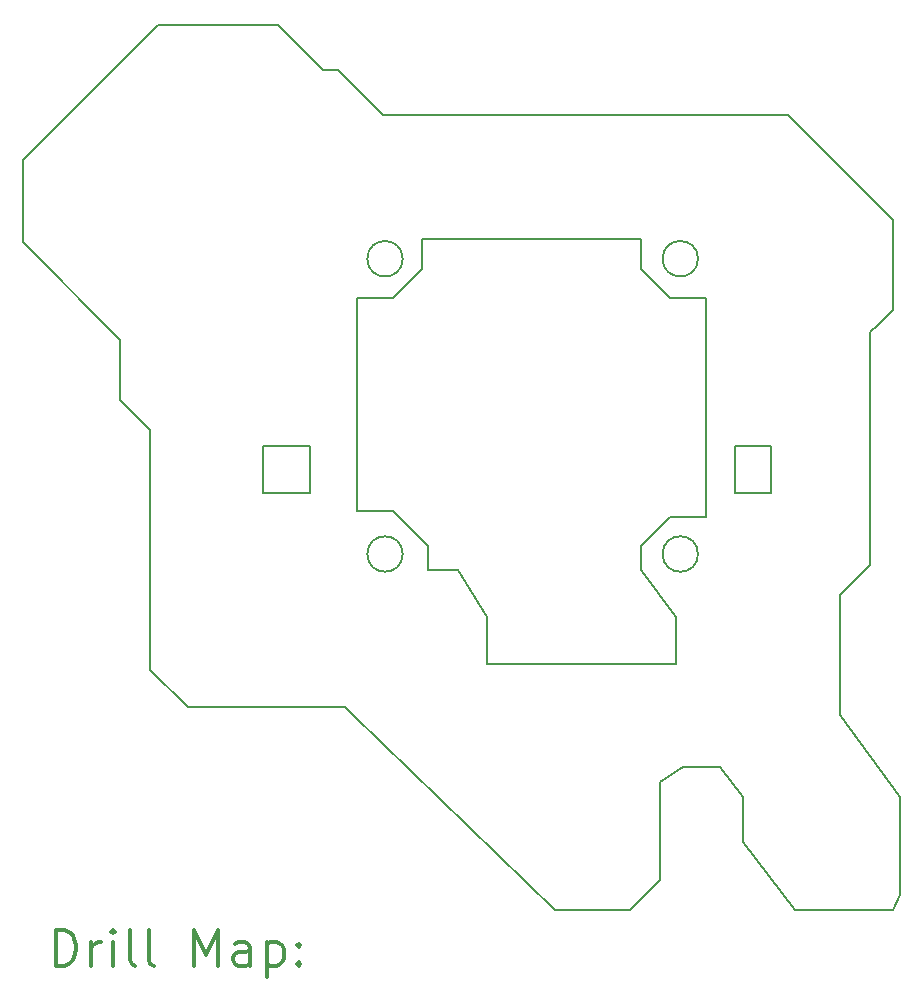
<source format=gbr>
%FSLAX45Y45*%
G04 Gerber Fmt 4.5, Leading zero omitted, Abs format (unit mm)*
G04 Created by KiCad (PCBNEW (5.0.0-rc2-dev-26-g0d794b2)) date Sunday, July 01, 2018 at 09:26:57 PM*
%MOMM*%
%LPD*%
G01*
G04 APERTURE LIST*
%ADD10C,0.150000*%
%ADD11C,0.200000*%
%ADD12C,0.300000*%
G04 APERTURE END LIST*
D10*
X17018000Y-6096000D02*
X16637000Y-5715000D01*
X17399000Y-6096000D02*
X17018000Y-6096000D01*
X13970000Y-7175500D02*
X13970000Y-6477000D01*
X14795500Y-8001000D02*
X13970000Y-7175500D01*
X14795500Y-8509000D02*
X14795500Y-8001000D01*
X15049500Y-8763000D02*
X14795500Y-8509000D01*
X15049500Y-10795000D02*
X15049500Y-8763000D01*
X15367000Y-11112500D02*
X15049500Y-10795000D01*
X16700500Y-11112500D02*
X15367000Y-11112500D01*
X16764000Y-11176000D02*
X16700500Y-11112500D01*
X18478500Y-12827000D02*
X16764000Y-11176000D01*
X19113500Y-12827000D02*
X18478500Y-12827000D01*
X19367500Y-12573000D02*
X19113500Y-12827000D01*
X19367500Y-11747500D02*
X19367500Y-12573000D01*
X19558000Y-11620500D02*
X19367500Y-11747500D01*
X19875500Y-11620500D02*
X19558000Y-11620500D01*
X20066000Y-11874500D02*
X19875500Y-11620500D01*
X20066000Y-12255500D02*
X20066000Y-11874500D01*
X20510500Y-12827000D02*
X20066000Y-12255500D01*
X21336000Y-12827000D02*
X20510500Y-12827000D01*
X21399500Y-12700000D02*
X21336000Y-12827000D01*
X21399500Y-11874500D02*
X21399500Y-12700000D01*
X20891500Y-11176000D02*
X21399500Y-11874500D01*
X20891500Y-10160000D02*
X20891500Y-11176000D01*
X21145500Y-9906000D02*
X20891500Y-10160000D01*
X21145500Y-7937500D02*
X21145500Y-9906000D01*
X21209000Y-7874000D02*
X21145500Y-7937500D01*
X21336000Y-7747000D02*
X21209000Y-7874000D01*
X21336000Y-6985000D02*
X21336000Y-7747000D01*
X20447000Y-6096000D02*
X21336000Y-6985000D01*
X17399000Y-6096000D02*
X20447000Y-6096000D01*
X16510000Y-5715000D02*
X16637000Y-5715000D01*
X16129000Y-5334000D02*
X16510000Y-5715000D01*
X15113000Y-5334000D02*
X16129000Y-5334000D01*
X14986000Y-5461000D02*
X15113000Y-5334000D01*
X13970000Y-6477000D02*
X14986000Y-5461000D01*
X17400000Y-9950000D02*
X17650000Y-9950000D01*
X17900000Y-10350000D02*
X17650000Y-9950000D01*
X19500000Y-10350000D02*
X19200000Y-9950000D01*
X19500000Y-10750000D02*
X17900000Y-10750000D01*
X19500000Y-10700000D02*
X19500000Y-10750000D01*
X19500000Y-10650000D02*
X19500000Y-10700000D01*
X19500000Y-10350000D02*
X19500000Y-10650000D01*
X17900000Y-10750000D02*
X17900000Y-10350000D01*
X19200000Y-9950000D02*
X19200000Y-9900000D01*
X17400000Y-9900000D02*
X17400000Y-9950000D01*
X16800000Y-7650000D02*
X17100000Y-7650000D01*
X16800000Y-9450000D02*
X16800000Y-7650000D01*
X17100000Y-9450000D02*
X16800000Y-9450000D01*
X17400000Y-9750000D02*
X17100000Y-9450000D01*
X17400000Y-9900000D02*
X17400000Y-9750000D01*
X19450000Y-9500000D02*
X19500000Y-9500000D01*
X19200000Y-9750000D02*
X19450000Y-9500000D01*
X19750000Y-9500000D02*
X19750000Y-9450000D01*
X19500000Y-9500000D02*
X19750000Y-9500000D01*
X19200000Y-9900000D02*
X19200000Y-9750000D01*
X19750000Y-9450000D02*
X19750000Y-9400000D01*
X19750000Y-7650000D02*
X19750000Y-9400000D01*
X17350000Y-7150000D02*
X19200000Y-7150000D01*
X19450000Y-7650000D02*
X19750000Y-7650000D01*
X19400000Y-7600000D02*
X19450000Y-7650000D01*
X19200000Y-7400000D02*
X19200000Y-7150000D01*
X19400000Y-7600000D02*
X19200000Y-7400000D01*
X17300000Y-7450000D02*
X17350000Y-7400000D01*
X17350000Y-7150000D02*
X17350000Y-7400000D01*
X17100000Y-7650000D02*
X17300000Y-7450000D01*
X16000000Y-9300000D02*
X16000000Y-8900000D01*
X16400000Y-9300000D02*
X16000000Y-9300000D01*
X16400000Y-8900000D02*
X16400000Y-9300000D01*
X16000000Y-8900000D02*
X16400000Y-8900000D01*
X20300000Y-8900000D02*
X20000000Y-8900000D01*
X20300000Y-9300000D02*
X20300000Y-8900000D01*
X20000000Y-9300000D02*
X20300000Y-9300000D01*
X20000000Y-8900000D02*
X20000000Y-9300000D01*
X17186000Y-7316000D02*
G75*
G03X17186000Y-7316000I-150000J0D01*
G01*
X17186000Y-9816000D02*
G75*
G03X17186000Y-9816000I-150000J0D01*
G01*
X19686000Y-9816000D02*
G75*
G03X19686000Y-9816000I-150000J0D01*
G01*
X19686000Y-7316000D02*
G75*
G03X19686000Y-7316000I-150000J0D01*
G01*
D11*
D12*
X14248928Y-13300214D02*
X14248928Y-13000214D01*
X14320357Y-13000214D01*
X14363214Y-13014500D01*
X14391786Y-13043071D01*
X14406071Y-13071643D01*
X14420357Y-13128786D01*
X14420357Y-13171643D01*
X14406071Y-13228786D01*
X14391786Y-13257357D01*
X14363214Y-13285929D01*
X14320357Y-13300214D01*
X14248928Y-13300214D01*
X14548928Y-13300214D02*
X14548928Y-13100214D01*
X14548928Y-13157357D02*
X14563214Y-13128786D01*
X14577500Y-13114500D01*
X14606071Y-13100214D01*
X14634643Y-13100214D01*
X14734643Y-13300214D02*
X14734643Y-13100214D01*
X14734643Y-13000214D02*
X14720357Y-13014500D01*
X14734643Y-13028786D01*
X14748928Y-13014500D01*
X14734643Y-13000214D01*
X14734643Y-13028786D01*
X14920357Y-13300214D02*
X14891786Y-13285929D01*
X14877500Y-13257357D01*
X14877500Y-13000214D01*
X15077500Y-13300214D02*
X15048928Y-13285929D01*
X15034643Y-13257357D01*
X15034643Y-13000214D01*
X15420357Y-13300214D02*
X15420357Y-13000214D01*
X15520357Y-13214500D01*
X15620357Y-13000214D01*
X15620357Y-13300214D01*
X15891786Y-13300214D02*
X15891786Y-13143071D01*
X15877500Y-13114500D01*
X15848928Y-13100214D01*
X15791786Y-13100214D01*
X15763214Y-13114500D01*
X15891786Y-13285929D02*
X15863214Y-13300214D01*
X15791786Y-13300214D01*
X15763214Y-13285929D01*
X15748928Y-13257357D01*
X15748928Y-13228786D01*
X15763214Y-13200214D01*
X15791786Y-13185929D01*
X15863214Y-13185929D01*
X15891786Y-13171643D01*
X16034643Y-13100214D02*
X16034643Y-13400214D01*
X16034643Y-13114500D02*
X16063214Y-13100214D01*
X16120357Y-13100214D01*
X16148928Y-13114500D01*
X16163214Y-13128786D01*
X16177500Y-13157357D01*
X16177500Y-13243071D01*
X16163214Y-13271643D01*
X16148928Y-13285929D01*
X16120357Y-13300214D01*
X16063214Y-13300214D01*
X16034643Y-13285929D01*
X16306071Y-13271643D02*
X16320357Y-13285929D01*
X16306071Y-13300214D01*
X16291786Y-13285929D01*
X16306071Y-13271643D01*
X16306071Y-13300214D01*
X16306071Y-13114500D02*
X16320357Y-13128786D01*
X16306071Y-13143071D01*
X16291786Y-13128786D01*
X16306071Y-13114500D01*
X16306071Y-13143071D01*
M02*

</source>
